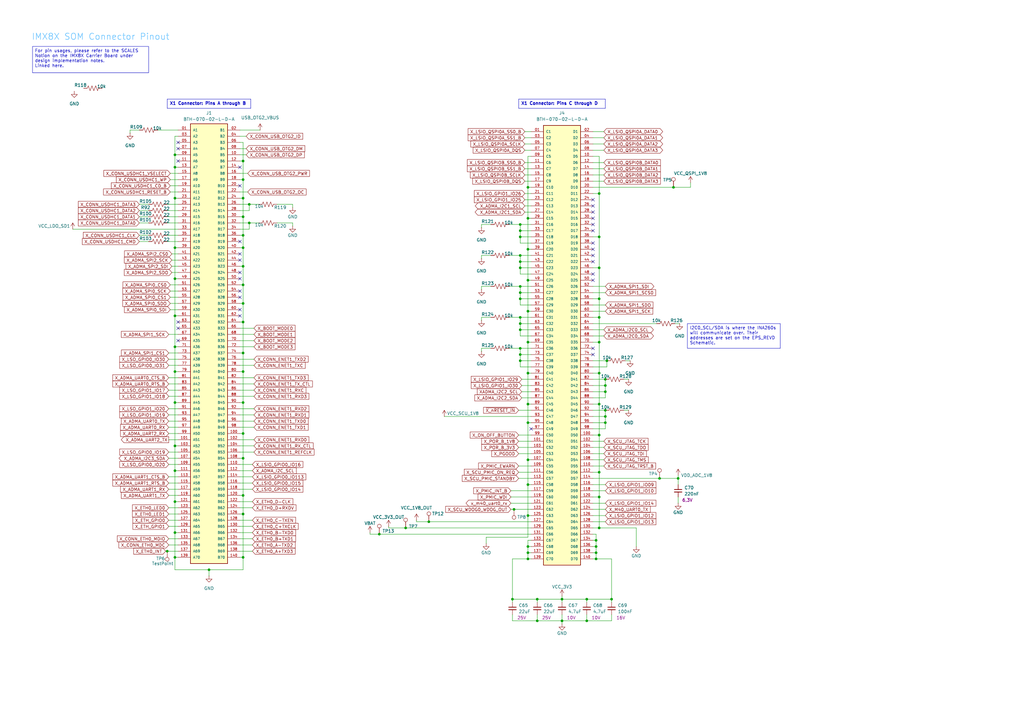
<source format=kicad_sch>
(kicad_sch (version 20250114) (generator "eeschema") (generator_version "9.0")
  (paper "A3")
  (text "IMX8X SOM Connector Pinout" (at 41.275 15.24 0) (effects (font (size 2.54 2.54) (thickness 0.254) (bold yes))))
  (text_box "X1 Connector: Pins C through D" (at 212.725 40.64 0) (size 35.56 3.81) (margins 0.9525 0.9525 0.9525 0.9525) (effects (font (size 1.27 1.27) (thickness 0.254) (bold yes)) (justify left top)))
  (text_box "I2C0_SCL/SDA is where the INA260s will communicate over. Their addresses are set on the EPS_REVD Schematic." (at 281.94 132.715 0) (size 38.1 10.16) (margins 0.9525 0.9525 0.9525 0.9525) (effects (font (size 1.27 1.27)) (justify left top)))
  (text_box "For pin usages, please refer to the SCALES Notion on the IMX8X Carrier Board under design implementation notes.\nLinked here." (at 13.335 19.05 0) (size 47.625 10.795) (margins 0.9525 0.9525 0.9525 0.9525) (effects (font (size 1.27 1.27)) (justify left top)))
  (text_box "X1 Connector: Pins A through B" (at 68.58 40.64 0) (size 34.29 3.81) (margins 0.9525 0.9525 0.9525 0.9525) (effects (font (size 1.27 1.27) (thickness 0.254) (bold yes)) (justify left top)))
  (junction (at 248.285 170.815))
  (junction (at 71.755 205.74))
  (junction (at 99.695 101.6))
  (junction (at 220.345 245.745))
  (junction (at 99.695 132.08))
  (junction (at 230.505 254.635))
  (junction (at 216.535 188.595))
  (junction (at 245.745 130.175))
  (junction (at 213.36 94.615))
  (junction (at 245.745 97.155))
  (junction (at 166.37 216.535))
  (junction (at 230.505 245.745))
  (junction (at 245.745 216.535))
  (junction (at 216.535 127.635))
  (junction (at 270.51 196.215))
  (junction (at 71.755 218.44))
  (junction (at 216.535 102.235))
  (junction (at 248.285 158.115))
  (junction (at 213.36 142.875))
  (junction (at 210.185 245.745))
  (junction (at 213.36 104.775))
  (junction (at 245.745 122.555))
  (junction (at 99.695 152.4))
  (junction (at 248.92 147.955))
  (junction (at 248.285 160.655))
  (junction (at 250.825 245.745))
  (junction (at 99.695 109.22))
  (junction (at 99.695 81.28))
  (junction (at 216.535 198.755))
  (junction (at 102.235 83.82))
  (junction (at 245.745 178.435))
  (junction (at 210.82 208.915))
  (junction (at 71.755 182.88))
  (junction (at 213.36 130.175))
  (junction (at 220.345 254.635))
  (junction (at 245.745 153.035))
  (junction (at 213.36 117.475))
  (junction (at 245.745 165.735))
  (junction (at 213.36 135.255))
  (junction (at 213.36 120.015))
  (junction (at 68.58 226.06))
  (junction (at 99.695 228.6))
  (junction (at 276.225 76.835))
  (junction (at 245.745 193.675))
  (junction (at 244.475 221.615))
  (junction (at 213.36 145.415))
  (junction (at 216.535 114.935))
  (junction (at 99.695 124.46))
  (junction (at 71.755 101.6))
  (junction (at 99.695 210.82))
  (junction (at 71.755 228.6))
  (junction (at 213.36 147.955))
  (junction (at 213.36 97.155))
  (junction (at 71.755 63.5))
  (junction (at 216.535 226.695))
  (junction (at 99.695 73.66))
  (junction (at 216.535 153.035))
  (junction (at 216.535 140.335))
  (junction (at 102.235 91.44))
  (junction (at 213.36 107.315))
  (junction (at 248.285 173.355))
  (junction (at 99.695 187.96))
  (junction (at 71.755 193.04))
  (junction (at 278.13 196.215))
  (junction (at 245.745 109.855))
  (junction (at 213.36 122.555))
  (junction (at 216.535 211.455))
  (junction (at 216.535 89.535))
  (junction (at 245.745 140.335))
  (junction (at 155.575 219.075))
  (junction (at 99.695 116.84))
  (junction (at 99.695 177.8))
  (junction (at 244.475 226.695))
  (junction (at 99.695 96.52))
  (junction (at 216.535 229.235))
  (junction (at 244.475 229.235))
  (junction (at 71.755 129.54))
  (junction (at 240.665 245.745))
  (junction (at 71.755 165.1))
  (junction (at 71.755 152.4))
  (junction (at 216.535 165.735))
  (junction (at 71.755 81.28))
  (junction (at 213.36 132.715))
  (junction (at 216.535 173.355))
  (junction (at 213.36 92.075))
  (junction (at 216.535 224.155))
  (junction (at 99.695 144.78))
  (junction (at 245.745 203.835))
  (junction (at 175.895 213.995))
  (junction (at 71.755 114.3))
  (junction (at 245.745 79.375))
  (junction (at 99.695 165.1))
  (junction (at 99.695 88.9))
  (junction (at 99.695 66.04))
  (junction (at 85.725 233.68))
  (junction (at 248.285 168.275))
  (junction (at 71.755 142.24))
  (junction (at 248.285 155.575))
  (junction (at 71.755 68.58))
  (junction (at 213.36 109.855))
  (junction (at 216.535 76.835))
  (junction (at 240.665 254.635))
  (junction (at 99.695 203.2))
  (junction (at 244.475 224.155))
  (no_connect (at 243.205 89.535))
  (no_connect (at 98.425 111.76))
  (no_connect (at 243.205 142.875))
  (no_connect (at 98.425 76.2))
  (no_connect (at 73.025 132.08))
  (no_connect (at 73.025 58.42))
  (no_connect (at 98.425 106.68))
  (no_connect (at 243.205 104.775))
  (no_connect (at 217.805 175.895))
  (no_connect (at 73.025 66.04))
  (no_connect (at 98.425 68.58))
  (no_connect (at 243.205 112.395))
  (no_connect (at 243.205 145.415))
  (no_connect (at 243.205 94.615))
  (no_connect (at 98.425 121.92))
  (no_connect (at 98.425 104.14))
  (no_connect (at 98.425 119.38))
  (no_connect (at 243.205 81.915))
  (no_connect (at 243.205 92.075))
  (no_connect (at 243.205 107.315))
  (no_connect (at 243.205 86.995))
  (no_connect (at 73.025 139.7))
  (no_connect (at 243.205 114.935))
  (no_connect (at 243.205 102.235))
  (no_connect (at 243.205 99.695))
  (no_connect (at 73.025 60.96))
  (no_connect (at 243.205 84.455))
  (no_connect (at 98.425 127))
  (no_connect (at 73.025 134.62))
  (no_connect (at 98.425 99.06))
  (no_connect (at 98.425 129.54))
  (no_connect (at 98.425 114.3))
  (wire (pts (xy 69.85 78.74) (xy 73.025 78.74)))
  (wire (pts (xy 260.985 224.155) (xy 260.985 216.535)))
  (wire (pts (xy 98.425 96.52) (xy 99.695 96.52)))
  (wire (pts (xy 69.215 203.2) (xy 73.025 203.2)))
  (wire (pts (xy 98.425 203.2) (xy 99.695 203.2)))
  (wire (pts (xy 217.805 153.035) (xy 216.535 153.035)))
  (wire (pts (xy 73.025 165.1) (xy 71.755 165.1)))
  (wire (pts (xy 69.85 76.2) (xy 73.025 76.2)))
  (wire (pts (xy 243.205 64.135) (xy 245.745 64.135)))
  (wire (pts (xy 217.805 147.955) (xy 213.36 147.955)))
  (wire (pts (xy 71.755 218.44) (xy 73.025 218.44)))
  (wire (pts (xy 98.425 86.36) (xy 102.235 86.36)))
  (wire (pts (xy 217.805 125.095) (xy 213.36 125.095)))
  (wire (pts (xy 212.725 180.975) (xy 217.805 180.975)))
  (wire (pts (xy 98.425 167.64) (xy 104.14 167.64)))
  (wire (pts (xy 69.215 167.64) (xy 73.025 167.64)))
  (wire (pts (xy 98.425 53.34) (xy 106.68 53.34)))
  (wire (pts (xy 71.755 228.6) (xy 73.025 228.6)))
  (wire (pts (xy 243.205 163.195) (xy 248.285 163.195)))
  (wire (pts (xy 98.425 144.78) (xy 99.695 144.78)))
  (wire (pts (xy 197.485 142.875) (xy 197.485 144.145)))
  (wire (pts (xy 230.505 254.635) (xy 230.505 255.905)))
  (wire (pts (xy 215.265 84.455) (xy 217.805 84.455)))
  (wire (pts (xy 85.725 236.22) (xy 85.725 233.68)))
  (wire (pts (xy 243.205 170.815) (xy 248.285 170.815)))
  (wire (pts (xy 99.695 96.52) (xy 99.695 101.6)))
  (wire (pts (xy 98.425 91.44) (xy 102.235 91.44)))
  (wire (pts (xy 213.36 99.695) (xy 213.36 97.155)))
  (wire (pts (xy 213.36 142.875) (xy 217.805 142.875)))
  (wire (pts (xy 102.235 86.36) (xy 102.235 83.82)))
  (wire (pts (xy 69.215 200.66) (xy 73.025 200.66)))
  (wire (pts (xy 248.92 147.955) (xy 248.92 150.495)))
  (wire (pts (xy 217.805 137.795) (xy 213.36 137.795)))
  (wire (pts (xy 69.215 162.56) (xy 73.025 162.56)))
  (wire (pts (xy 210.185 245.745) (xy 220.345 245.745)))
  (wire (pts (xy 248.285 155.575) (xy 248.285 158.115)))
  (wire (pts (xy 98.425 177.8) (xy 99.695 177.8)))
  (wire (pts (xy 243.205 97.155) (xy 245.745 97.155)))
  (wire (pts (xy 245.745 79.375) (xy 245.745 97.155)))
  (wire (pts (xy 278.13 196.215) (xy 278.13 198.755)))
  (wire (pts (xy 71.755 129.54) (xy 71.755 142.24)))
  (wire (pts (xy 29.845 93.98) (xy 73.025 93.98)))
  (wire (pts (xy 250.825 247.015) (xy 250.825 245.745)))
  (wire (pts (xy 201.295 142.875) (xy 197.485 142.875)))
  (wire (pts (xy 243.205 147.955) (xy 248.92 147.955)))
  (wire (pts (xy 213.36 137.795) (xy 213.36 135.255)))
  (wire (pts (xy 213.36 92.075) (xy 217.805 92.075)))
  (wire (pts (xy 69.85 124.46) (xy 73.025 124.46)))
  (wire (pts (xy 216.535 89.535) (xy 216.535 76.835)))
  (wire (pts (xy 217.805 226.695) (xy 216.535 226.695)))
  (wire (pts (xy 217.805 120.015) (xy 213.36 120.015)))
  (wire (pts (xy 99.695 124.46) (xy 99.695 132.08)))
  (wire (pts (xy 68.58 226.06) (xy 73.025 226.06)))
  (wire (pts (xy 243.205 165.735) (xy 245.745 165.735)))
  (wire (pts (xy 98.425 208.28) (xy 103.505 208.28)))
  (wire (pts (xy 217.805 145.415) (xy 213.36 145.415)))
  (wire (pts (xy 69.215 170.18) (xy 73.025 170.18)))
  (wire (pts (xy 99.695 152.4) (xy 99.695 165.1)))
  (wire (pts (xy 217.805 140.335) (xy 216.535 140.335)))
  (wire (pts (xy 71.755 101.6) (xy 71.755 114.3)))
  (wire (pts (xy 197.485 117.475) (xy 197.485 118.745)))
  (wire (pts (xy 243.205 155.575) (xy 248.285 155.575)))
  (wire (pts (xy 244.475 219.075) (xy 244.475 221.615)))
  (wire (pts (xy 276.86 132.715) (xy 278.765 132.715)))
  (wire (pts (xy 98.425 154.94) (xy 104.14 154.94)))
  (wire (pts (xy 217.805 102.235) (xy 216.535 102.235)))
  (wire (pts (xy 101.6 78.74) (xy 98.425 78.74)))
  (wire (pts (xy 250.825 254.635) (xy 240.665 254.635)))
  (wire (pts (xy 102.235 93.98) (xy 102.235 91.44)))
  (wire (pts (xy 250.825 252.095) (xy 250.825 254.635)))
  (wire (pts (xy 98.425 220.98) (xy 103.505 220.98)))
  (wire (pts (xy 98.425 149.86) (xy 104.14 149.86)))
  (wire (pts (xy 102.235 83.82) (xy 106.045 83.82)))
  (wire (pts (xy 243.205 196.215) (xy 270.51 196.215)))
  (wire (pts (xy 57.15 83.82) (xy 60.96 83.82)))
  (wire (pts (xy 69.85 116.84) (xy 73.025 116.84)))
  (wire (pts (xy 99.695 109.22) (xy 99.695 116.84)))
  (wire (pts (xy 57.15 91.44) (xy 60.96 91.44)))
  (wire (pts (xy 69.215 180.34) (xy 73.025 180.34)))
  (wire (pts (xy 98.425 215.9) (xy 103.505 215.9)))
  (wire (pts (xy 73.025 114.3) (xy 71.755 114.3)))
  (wire (pts (xy 217.805 94.615) (xy 213.36 94.615)))
  (wire (pts (xy 220.345 254.635) (xy 230.505 254.635)))
  (wire (pts (xy 245.745 193.675) (xy 243.205 193.675)))
  (wire (pts (xy 57.15 53.34) (xy 53.34 53.34)))
  (wire (pts (xy 243.205 79.375) (xy 245.745 79.375)))
  (wire (pts (xy 245.745 203.835) (xy 245.745 193.675)))
  (wire (pts (xy 71.755 63.5) (xy 73.025 63.5)))
  (wire (pts (xy 245.745 64.135) (xy 245.745 79.375)))
  (wire (pts (xy 57.15 86.36) (xy 60.96 86.36)))
  (wire (pts (xy 69.215 195.58) (xy 73.025 195.58)))
  (wire (pts (xy 71.755 233.68) (xy 71.755 228.6)))
  (wire (pts (xy 243.205 125.095) (xy 248.285 125.095)))
  (wire (pts (xy 209.55 208.915) (xy 210.82 208.915)))
  (wire (pts (xy 245.745 193.675) (xy 245.745 178.435)))
  (wire (pts (xy 210.185 254.635) (xy 220.345 254.635)))
  (wire (pts (xy 243.205 127.635) (xy 248.285 127.635)))
  (wire (pts (xy 243.205 140.335) (xy 245.745 140.335)))
  (wire (pts (xy 71.755 81.28) (xy 73.025 81.28)))
  (wire (pts (xy 215.265 61.595) (xy 217.805 61.595)))
  (wire (pts (xy 98.425 200.66) (xy 103.505 200.66)))
  (wire (pts (xy 209.55 206.375) (xy 217.805 206.375)))
  (wire (pts (xy 67.945 226.06) (xy 68.58 226.06)))
  (wire (pts (xy 98.425 218.44) (xy 103.505 218.44)))
  (wire (pts (xy 248.285 168.275) (xy 248.285 170.815)))
  (wire (pts (xy 243.205 53.975) (xy 247.65 53.975)))
  (wire (pts (xy 256.54 147.955) (xy 258.445 147.955)))
  (wire (pts (xy 212.725 178.435) (xy 217.805 178.435)))
  (wire (pts (xy 243.205 135.255) (xy 247.65 135.255)))
  (wire (pts (xy 245.745 165.735) (xy 245.745 178.435)))
  (wire (pts (xy 247.65 71.755) (xy 243.205 71.755)))
  (wire (pts (xy 199.39 220.345) (xy 199.39 222.885)))
  (wire (pts (xy 201.295 104.775) (xy 197.485 104.775)))
  (wire (pts (xy 230.505 245.745) (xy 230.505 247.015)))
  (wire (pts (xy 243.205 180.975) (xy 247.65 180.975)))
  (wire (pts (xy 216.535 140.335) (xy 216.535 153.035)))
  (wire (pts (xy 69.215 154.94) (xy 73.025 154.94)))
  (wire (pts (xy 245.745 97.155) (xy 245.745 109.855)))
  (wire (pts (xy 98.425 190.5) (xy 103.505 190.5)))
  (wire (pts (xy 278.13 194.945) (xy 278.13 196.215)))
  (wire (pts (xy 216.535 221.615) (xy 216.535 224.155)))
  (wire (pts (xy 243.205 175.895) (xy 248.285 175.895)))
  (wire (pts (xy 98.425 132.08) (xy 99.695 132.08)))
  (wire (pts (xy 217.805 109.855) (xy 213.36 109.855)))
  (wire (pts (xy 69.85 71.12) (xy 73.025 71.12)))
  (wire (pts (xy 104.14 139.7) (xy 98.425 139.7)))
  (wire (pts (xy 208.915 142.875) (xy 213.36 142.875)))
  (wire (pts (xy 215.265 69.215) (xy 217.805 69.215)))
  (wire (pts (xy 71.755 205.74) (xy 71.755 218.44)))
  (wire (pts (xy 230.505 254.635) (xy 240.665 254.635)))
  (wire (pts (xy 71.755 182.88) (xy 71.755 193.04)))
  (wire (pts (xy 99.695 58.42) (xy 99.695 66.04)))
  (wire (pts (xy 69.215 147.32) (xy 73.025 147.32)))
  (wire (pts (xy 98.425 223.52) (xy 103.505 223.52)))
  (wire (pts (xy 216.535 188.595) (xy 217.805 188.595)))
  (wire (pts (xy 283.21 76.835) (xy 283.21 74.93)))
  (wire (pts (xy 243.205 61.595) (xy 247.65 61.595)))
  (wire (pts (xy 243.205 186.055) (xy 247.65 186.055)))
  (wire (pts (xy 99.695 144.78) (xy 99.695 152.4)))
  (wire (pts (xy 175.895 213.995) (xy 217.805 213.995)))
  (wire (pts (xy 98.425 101.6) (xy 99.695 101.6)))
  (wire (pts (xy 98.425 93.98) (xy 102.235 93.98)))
  (wire (pts (xy 245.745 140.335) (xy 245.745 153.035)))
  (wire (pts (xy 71.755 193.04) (xy 71.755 205.74)))
  (wire (pts (xy 68.58 96.52) (xy 73.025 96.52)))
  (wire (pts (xy 212.725 193.675) (xy 217.805 193.675)))
  (wire (pts (xy 243.205 206.375) (xy 248.285 206.375)))
  (wire (pts (xy 73.025 193.04) (xy 71.755 193.04)))
  (wire (pts (xy 243.205 160.655) (xy 248.285 160.655)))
  (wire (pts (xy 210.82 208.915) (xy 217.805 208.915)))
  (wire (pts (xy 217.805 165.735) (xy 216.535 165.735)))
  (wire (pts (xy 243.205 191.135) (xy 247.65 191.135)))
  (wire (pts (xy 217.805 64.135) (xy 216.535 64.135)))
  (wire (pts (xy 98.425 83.82) (xy 102.235 83.82)))
  (wire (pts (xy 217.805 229.235) (xy 216.535 229.235)))
  (wire (pts (xy 212.725 168.275) (xy 217.805 168.275)))
  (wire (pts (xy 213.36 112.395) (xy 213.36 109.855)))
  (wire (pts (xy 68.58 86.36) (xy 73.025 86.36)))
  (wire (pts (xy 208.915 130.175) (xy 213.36 130.175)))
  (wire (pts (xy 215.265 66.675) (xy 217.805 66.675)))
  (wire (pts (xy 98.425 170.18) (xy 104.14 170.18)))
  (wire (pts (xy 217.805 224.155) (xy 216.535 224.155)))
  (wire (pts (xy 217.805 114.935) (xy 216.535 114.935)))
  (wire (pts (xy 98.425 63.5) (xy 100.965 63.5)))
  (wire (pts (xy 213.995 160.655) (xy 217.805 160.655)))
  (wire (pts (xy 68.58 91.44) (xy 73.025 91.44)))
  (wire (pts (xy 98.425 205.74) (xy 103.505 205.74)))
  (wire (pts (xy 248.285 170.815) (xy 248.285 173.355)))
  (wire (pts (xy 217.805 219.075) (xy 155.575 219.075)))
  (wire (pts (xy 69.85 121.92) (xy 73.025 121.92)))
  (wire (pts (xy 216.535 114.935) (xy 216.535 127.635)))
  (wire (pts (xy 217.805 127.635) (xy 216.535 127.635)))
  (wire (pts (xy 217.805 122.555) (xy 213.36 122.555)))
  (wire (pts (xy 243.205 117.475) (xy 248.285 117.475)))
  (wire (pts (xy 243.205 158.115) (xy 248.285 158.115)))
  (wire (pts (xy 247.65 74.295) (xy 243.205 74.295)))
  (wire (pts (xy 113.665 91.44) (xy 120.015 91.44)))
  (wire (pts (xy 217.805 221.615) (xy 216.535 221.615)))
  (wire (pts (xy 243.205 122.555) (xy 245.745 122.555)))
  (wire (pts (xy 120.015 83.82) (xy 120.015 85.09)))
  (wire (pts (xy 243.205 198.755) (xy 248.285 198.755)))
  (wire (pts (xy 247.65 69.215) (xy 243.205 69.215)))
  (wire (pts (xy 151.765 219.075) (xy 151.765 218.44)))
  (wire (pts (xy 213.995 155.575) (xy 217.805 155.575)))
  (wire (pts (xy 98.425 116.84) (xy 99.695 116.84)))
  (wire (pts (xy 245.745 203.835) (xy 243.205 203.835)))
  (wire (pts (xy 69.215 190.5) (xy 73.025 190.5)))
  (wire (pts (xy 201.295 92.075) (xy 197.485 92.075)))
  (wire (pts (xy 73.025 182.88) (xy 71.755 182.88)))
  (wire (pts (xy 104.14 134.62) (xy 98.425 134.62)))
  (wire (pts (xy 216.535 153.035) (xy 216.535 165.735)))
  (wire (pts (xy 99.695 210.82) (xy 99.695 228.6)))
  (wire (pts (xy 71.755 165.1) (xy 71.755 182.88)))
  (wire (pts (xy 248.285 158.115) (xy 248.285 160.655)))
  (wire (pts (xy 166.37 216.535) (xy 217.805 216.535)))
  (wire (pts (xy 71.755 129.54) (xy 71.755 114.3)))
  (wire (pts (xy 220.345 245.745) (xy 230.505 245.745)))
  (wire (pts (xy 216.535 188.595) (xy 216.535 173.355)))
  (wire (pts (xy 270.51 196.215) (xy 278.13 196.215)))
  (wire (pts (xy 213.36 120.015) (xy 213.36 117.475)))
  (wire (pts (xy 99.695 165.1) (xy 99.695 177.8)))
  (wire (pts (xy 245.745 178.435) (xy 243.205 178.435)))
  (wire (pts (xy 213.36 94.615) (xy 213.36 97.155)))
  (wire (pts (xy 217.805 150.495) (xy 213.36 150.495)))
  (wire (pts (xy 243.205 211.455) (xy 248.285 211.455)))
  (wire (pts (xy 98.425 195.58) (xy 103.505 195.58)))
  (wire (pts (xy 216.535 229.235) (xy 216.535 226.695)))
  (wire (pts (xy 69.215 213.36) (xy 73.025 213.36)))
  (wire (pts (xy 243.205 168.275) (xy 248.285 168.275)))
  (wire (pts (xy 255.905 168.275) (xy 257.81 168.275)))
  (wire (pts (xy 215.265 86.995) (xy 217.805 86.995)))
  (wire (pts (xy 98.425 73.66) (xy 99.695 73.66)))
  (wire (pts (xy 99.695 233.68) (xy 85.725 233.68)))
  (wire (pts (xy 243.205 109.855) (xy 245.745 109.855)))
  (wire (pts (xy 98.425 226.06) (xy 103.505 226.06)))
  (wire (pts (xy 64.77 53.34) (xy 73.025 53.34)))
  (wire (pts (xy 73.025 142.24) (xy 71.755 142.24)))
  (wire (pts (xy 248.92 150.495) (xy 243.205 150.495)))
  (wire (pts (xy 208.915 117.475) (xy 213.36 117.475)))
  (wire (pts (xy 99.695 116.84) (xy 99.695 124.46)))
  (wire (pts (xy 71.755 55.88) (xy 71.755 63.5)))
  (wire (pts (xy 243.205 130.175) (xy 245.745 130.175)))
  (wire (pts (xy 98.425 185.42) (xy 104.14 185.42)))
  (wire (pts (xy 213.36 94.615) (xy 213.36 92.075)))
  (wire (pts (xy 69.85 127) (xy 73.025 127)))
  (wire (pts (xy 243.205 221.615) (xy 244.475 221.615)))
  (wire (pts (xy 217.805 211.455) (xy 216.535 211.455)))
  (wire (pts (xy 98.425 198.12) (xy 103.505 198.12)))
  (wire (pts (xy 69.215 144.78) (xy 73.025 144.78)))
  (wire (pts (xy 98.425 213.36) (xy 103.505 213.36)))
  (wire (pts (xy 99.695 73.66) (xy 99.695 81.28)))
  (wire (pts (xy 98.425 193.04) (xy 103.505 193.04)))
  (wire (pts (xy 98.425 88.9) (xy 99.695 88.9)))
  (wire (pts (xy 170.815 213.995) (xy 175.895 213.995)))
  (wire (pts (xy 69.215 149.86) (xy 73.025 149.86)))
  (wire (pts (xy 243.205 137.795) (xy 247.65 137.795)))
  (wire (pts (xy 215.265 59.055) (xy 217.805 59.055)))
  (wire (pts (xy 98.425 162.56) (xy 104.14 162.56)))
  (wire (pts (xy 69.85 73.66) (xy 73.025 73.66)))
  (wire (pts (xy 215.265 53.975) (xy 217.805 53.975)))
  (wire (pts (xy 243.205 188.595) (xy 247.65 188.595)))
  (wire (pts (xy 98.425 160.02) (xy 104.14 160.02)))
  (wire (pts (xy 243.205 59.055) (xy 247.65 59.055)))
  (wire (pts (xy 99.695 177.8) (xy 99.695 187.96)))
  (wire (pts (xy 216.535 127.635) (xy 216.535 140.335)))
  (wire (pts (xy 99.695 88.9) (xy 99.695 96.52)))
  (wire (pts (xy 69.215 198.12) (xy 73.025 198.12)))
  (wire (pts (xy 73.025 129.54) (xy 71.755 129.54)))
  (wire (pts (xy 99.695 132.08) (xy 99.695 144.78)))
  (wire (pts (xy 69.215 220.98) (xy 73.025 220.98)))
  (wire (pts (xy 120.015 91.44) (xy 120.015 92.71)))
  (wire (pts (xy 69.215 185.42) (xy 73.025 185.42)))
  (wire (pts (xy 217.805 132.715) (xy 213.36 132.715)))
  (wire (pts (xy 213.36 145.415) (xy 213.36 147.955)))
  (wire (pts (xy 243.205 120.015) (xy 248.285 120.015)))
  (wire (pts (xy 98.425 180.34) (xy 104.14 180.34)))
  (wire (pts (xy 71.755 63.5) (xy 71.755 68.58)))
  (wire (pts (xy 243.205 229.235) (xy 244.475 229.235)))
  (wire (pts (xy 217.805 170.815) (xy 182.245 170.815)))
  (wire (pts (xy 243.205 208.915) (xy 248.285 208.915)))
  (wire (pts (xy 243.205 219.075) (xy 244.475 219.075)))
  (wire (pts (xy 212.725 191.135) (xy 217.805 191.135)))
  (wire (pts (xy 245.745 130.175) (xy 245.745 140.335)))
  (wire (pts (xy 70.485 106.68) (xy 73.025 106.68)))
  (wire (pts (xy 217.805 112.395) (xy 213.36 112.395)))
  (wire (pts (xy 216.535 220.345) (xy 199.39 220.345)))
  (wire (pts (xy 99.695 81.28) (xy 99.695 88.9)))
  (wire (pts (xy 230.505 252.095) (xy 230.505 254.635)))
  (wire (pts (xy 71.755 81.28) (xy 71.755 101.6)))
  (wire (pts (xy 99.695 203.2) (xy 99.695 210.82)))
  (wire (pts (xy 102.235 91.44) (xy 106.045 91.44)))
  (wire (pts (xy 208.915 92.075) (xy 213.36 92.075)))
  (wire (pts (xy 217.805 135.255) (xy 213.36 135.255)))
  (wire (pts (xy 98.425 58.42) (xy 99.695 58.42)))
  (wire (pts (xy 243.205 213.995) (xy 248.285 213.995)))
  (wire (pts (xy 217.805 107.315) (xy 213.36 107.315)))
  (wire (pts (xy 210.185 229.235) (xy 210.185 245.745)))
  (wire (pts (xy 243.205 183.515) (xy 247.65 183.515)))
  (wire (pts (xy 98.425 55.88) (xy 100.965 55.88)))
  (wire (pts (xy 215.265 74.295) (xy 217.805 74.295)))
  (wire (pts (xy 70.485 111.76) (xy 73.025 111.76)))
  (wire (pts (xy 216.535 211.455) (xy 216.535 198.755)))
  (wire (pts (xy 70.485 109.22) (xy 73.025 109.22)))
  (wire (pts (xy 98.425 60.96) (xy 100.965 60.96)))
  (wire (pts (xy 71.755 218.44) (xy 71.755 228.6)))
  (wire (pts (xy 213.36 145.415) (xy 213.36 142.875)))
  (wire (pts (xy 216.535 89.535) (xy 216.535 102.235)))
  (wire (pts (xy 68.58 83.82) (xy 73.025 83.82)))
  (wire (pts (xy 250.825 245.745) (xy 240.665 245.745)))
  (wire (pts (xy 69.215 137.16) (xy 73.025 137.16)))
  (wire (pts (xy 243.205 56.515) (xy 247.65 56.515)))
  (wire (pts (xy 69.215 160.02) (xy 73.025 160.02)))
  (wire (pts (xy 73.025 101.6) (xy 71.755 101.6)))
  (wire (pts (xy 245.745 153.035) (xy 245.745 165.735)))
  (wire (pts (xy 68.58 88.9) (xy 73.025 88.9)))
  (wire (pts (xy 69.215 210.82) (xy 73.025 210.82)))
  (wire (pts (xy 220.345 252.095) (xy 220.345 254.635)))
  (wire (pts (xy 245.745 109.855) (xy 245.745 122.555)))
  (wire (pts (xy 104.14 142.24) (xy 98.425 142.24)))
  (wire (pts (xy 213.36 104.775) (xy 217.805 104.775)))
  (wire (pts (xy 197.485 92.075) (xy 197.485 93.345)))
  (wire (pts (xy 276.225 76.835) (xy 243.205 76.835)))
  (wire (pts (xy 71.755 68.58) (xy 71.755 81.28)))
  (wire (pts (xy 170.815 213.995) (xy 170.815 213.36)))
  (wire (pts (xy 216.535 165.735) (xy 216.535 173.355)))
  (wire (pts (xy 99.695 101.6) (xy 99.695 109.22)))
  (wire (pts (xy 104.14 137.16) (xy 98.425 137.16)))
  (wire (pts (xy 213.995 163.195) (xy 217.805 163.195)))
  (wire (pts (xy 217.805 99.695) (xy 213.36 99.695)))
  (wire (pts (xy 213.36 107.315) (xy 213.36 109.855)))
  (wire (pts (xy 99.695 228.6) (xy 99.695 233.68)))
  (wire (pts (xy 159.385 216.535) (xy 159.385 215.9)))
  (wire (pts (xy 248.285 160.655) (xy 248.285 163.195)))
  (wire (pts (xy 243.205 153.035) (xy 245.745 153.035)))
  (wire (pts (xy 245.745 122.555) (xy 245.745 130.175)))
  (wire (pts (xy 260.985 216.535) (xy 245.745 216.535)))
  (wire (pts (xy 98.425 152.4) (xy 99.695 152.4)))
  (wire (pts (xy 98.425 182.88) (xy 104.14 182.88)))
  (wire (pts (xy 213.36 132.715) (xy 213.36 135.255)))
  (wire (pts (xy 201.295 117.475) (xy 197.485 117.475)))
  (wire (pts (xy 213.36 117.475) (xy 217.805 117.475)))
  (wire (pts (xy 248.285 173.355) (xy 248.285 175.895)))
  (wire (pts (xy 216.535 211.455) (xy 216.535 220.345)))
  (wire (pts (xy 98.425 187.96) (xy 99.695 187.96)))
  (wire (pts (xy 244.475 224.155) (xy 244.475 226.695)))
  (wire (pts (xy 243.205 224.155) (xy 244.475 224.155)))
  (wire (pts (xy 216.535 198.755) (xy 217.805 198.755)))
  (wire (pts (xy 69.215 215.9) (xy 73.025 215.9)))
  (wire (pts (xy 69.215 187.96) (xy 73.025 187.96)))
  (wire (pts (xy 213.36 132.715) (xy 213.36 130.175)))
  (wire (pts (xy 113.665 83.82) (xy 120.015 83.82)))
  (wire (pts (xy 220.345 245.745) (xy 220.345 247.015)))
  (wire (pts (xy 68.58 99.06) (xy 73.025 99.06)))
  (wire (pts (xy 57.15 99.06) (xy 60.96 99.06)))
  (wire (pts (xy 276.225 76.835) (xy 283.21 76.835)))
  (wire (pts (xy 73.025 55.88) (xy 71.755 55.88)))
  (wire (pts (xy 98.425 81.28) (xy 99.695 81.28)))
  (wire (pts (xy 98.425 175.26) (xy 104.14 175.26)))
  (wire (pts (xy 230.505 245.745) (xy 230.505 244.475)))
  (wire (pts (xy 155.575 219.075) (xy 151.765 219.075)))
  (wire (pts (xy 98.425 66.04) (xy 99.695 66.04)))
  (wire (pts (xy 217.805 97.155) (xy 213.36 97.155)))
  (wire (pts (xy 213.36 150.495) (xy 213.36 147.955)))
  (wire (pts (xy 213.36 120.015) (xy 213.36 122.555)))
  (wire (pts (xy 98.425 147.32) (xy 104.14 147.32)))
  (wire (pts (xy 243.205 226.695) (xy 244.475 226.695)))
  (wire (pts (xy 244.475 226.695) (xy 244.475 229.235)))
  (wire (pts (xy 216.535 102.235) (xy 216.535 114.935)))
  (wire (pts (xy 216.535 64.135) (xy 216.535 76.835)))
  (wire (pts (xy 69.215 208.28) (xy 73.025 208.28)))
  (wire (pts (xy 243.205 216.535) (xy 245.745 216.535)))
  (wire (pts (xy 247.65 66.675) (xy 243.205 66.675)))
  (wire (pts (xy 53.34 53.34) (xy 53.34 54.61)))
  (wire (pts (xy 69.215 223.52) (xy 73.025 223.52)))
  (wire (pts (xy 240.665 252.095) (xy 240.665 254.635)))
  (wire (pts (xy 69.215 177.8) (xy 73.025 177.8)))
  (wire (pts (xy 213.995 158.115) (xy 217.805 158.115)))
  (wire (pts (xy 250.825 229.235) (xy 250.825 245.745)))
  (wire (pts (xy 240.665 245.745) (xy 230.505 245.745)))
  (wire (pts (xy 69.215 175.26) (xy 73.025 175.26)))
  (wire (pts (xy 215.265 56.515) (xy 217.805 56.515)))
  (wire (pts (xy 99.695 66.04) (xy 99.695 73.66)))
  (wire (pts (xy 70.485 104.14) (xy 73.025 104.14)))
  (wire (pts (xy 216.535 224.155) (xy 216.535 226.695)))
  (wire (pts (xy 278.13 203.835) (xy 278.13 206.375)))
  (wire (pts (xy 213.36 107.315) (xy 213.36 104.775)))
  (wire (pts (xy 99.695 187.96) (xy 99.695 203.2)))
  (wire (pts (xy 98.425 172.72) (xy 104.14 172.72)))
  (wire (pts (xy 255.905 155.575) (xy 257.81 155.575)))
  (wire (pts (xy 215.265 81.915) (xy 217.805 81.915)))
  (wire (pts (xy 216.535 229.235) (xy 210.185 229.235)))
  (wire (pts (xy 215.265 79.375) (xy 217.805 79.375)))
  (wire (pts (xy 212.725 196.215) (xy 217.805 196.215)))
  (wire (pts (xy 69.85 119.38) (xy 73.025 119.38)))
  (wire (pts (xy 243.205 173.355) (xy 248.285 173.355)))
  (wire (pts (xy 98.425 124.46) (xy 99.695 124.46)))
  (wire (pts (xy 243.205 201.295) (xy 248.285 201.295)))
  (wire (pts (xy 213.36 125.095) (xy 213.36 122.555)))
  (wire (pts (xy 98.425 165.1) (xy 99.695 165.1)))
  (wire (pts (xy 197.485 104.775) (xy 197.485 106.045)))
  (wire (pts (xy 243.205 132.715) (xy 269.24 132.715)))
  (wire (pts (xy 240.665 247.015) (xy 240.665 245.745)))
  (wire (pts (xy 244.475 221.615) (xy 244.475 224.155)))
  (wire (pts (xy 209.55 201.295) (xy 217.805 201.295)))
  (wire (pts (xy 212.725 183.515) (xy 217.805 183.515)))
  (wire (pts (xy 85.725 233.68) (xy 71.755 233.68)))
  (wire (pts (xy 210.185 247.015) (xy 210.185 245.745)))
  (wire (pts (xy 101.6 71.12) (xy 98.425 71.12)))
  (wire (pts (xy 73.025 205.74) (xy 71.755 205.74)))
  (wire (pts (xy 244.475 229.235) (xy 250.825 229.235)))
  (wire (pts (xy 159.385 216.535) (xy 166.37 216.535)))
  (wire (pts (xy 57.15 88.9) (xy 60.96 88.9)))
  (wire (pts (xy 197.485 130.175) (xy 197.485 131.445)))
  (wire (pts (xy 245.745 216.535) (xy 245.745 203.835)))
  (wire (pts (xy 98.425 157.48) (xy 104.14 157.48)))
  (wire (pts (xy 71.755 68.58) (xy 73.025 68.58)))
  (wire (pts (xy 98.425 228.6) (xy 99.695 228.6)))
  (wire (pts (xy 208.915 104.775) (xy 213.36 104.775)))
  (wire (pts (xy 216.535 173.355) (xy 217.805 173.355)))
  (wire (pts (xy 201.295 130.175) (xy 197.485 130.175)))
  (wire (pts (xy 216.535 198.755) (xy 216.535 188.595)))
  (wire (pts (xy 98.425 210.82) (xy 99.695 210.82)))
  (wire (pts (xy 71.755 142.24) (xy 71.755 152.4)))
  (wire (pts (xy 73.025 152.4) (xy 71.755 152.4)))
  (wire (pts (xy 57.15 96.52) (xy 60.96 96.52)))
  (wire (pts (xy 216.535 76.835) (xy 217.805 76.835)))
  (wire (pts (xy 213.36 130.175) (xy 217.805 130.175)))
  (wire (pts (xy 71.755 152.4) (xy 71.755 165.1)))
  (wire (pts (xy 69.215 157.48) (xy 73.025 157.48)))
  (wire (pts (xy 209.55 203.835) (xy 217.805 203.835)))
  (wire (pts (xy 98.425 109.22) (xy 99.695 109.22)))
  (wire (pts (xy 210.185 252.095) (xy 210.185 254.635)))
  (wire (pts (xy 69.215 172.72) (xy 73.025 172.72)))
  (wire (pts (xy 215.265 71.755) (xy 217.805 71.755)))
  (wire (pts (xy 216.535 89.535) (xy 217.805 89.535)))
  (wire (pts (xy 212.725 186.055) (xy 217.805 186.055)))
  (global_label "X_CONN_ENET1_TXD2" (shape input) (at 104.14 147.32 0) (property "Intersheetrefs" "${INTERSHEET_REFS}" (effects (hide yes))))
  (global_label "X_BOOT_MODE3" (shape input) (at 104.14 142.24 0) (property "Intersheetrefs" "${INTERSHEET_REFS}" (effects (hide yes))))
  (global_label "X_LSIO_GPIO1_IO13" (shape input) (at 248.285 213.995 0) (property "Intersheetrefs" "${INTERSHEET_REFS}" (effects (hide yes))))
  (global_label "X_SCU_JTAG_TCK" (shape input) (at 247.65 180.975 0) (property "Intersheetrefs" "${INTERSHEET_REFS}" (effects (hide yes))))
  (global_label "X_PGOOD" (shape input) (at 212.725 186.055 180) (property "Intersheetrefs" "${INTERSHEET_REFS}" (effects (hide yes))))
  (global_label "X_ADMA_UART0_TX" (shape input) (at 69.215 172.72 180) (property "Intersheetrefs" "${INTERSHEET_REFS}" (effects (hide yes))))
  (global_label "~{X_nRESET_IN}" (shape input) (at 212.725 168.275 180) (property "Intersheetrefs" "${INTERSHEET_REFS}" (effects (hide yes))))
  (global_label "X_LSIO_QSPI0A_DATA1" (shape bidirectional) (at 247.65 56.515 0) (property "Intersheetrefs" "${INTERSHEET_REFS}" (effects (hide yes))))
  (global_label "X_ADMA_UART0_RX" (shape input) (at 69.215 175.26 180) (property "Intersheetrefs" "${INTERSHEET_REFS}" (effects (hide yes))))
  (global_label "X_ADMA_UART1_TX" (shape input) (at 69.215 203.2 180) (property "Intersheetrefs" "${INTERSHEET_REFS}" (effects (hide yes))))
  (global_label "X_PMIC_EWARN" (shape input) (at 212.725 191.135 180) (property "Intersheetrefs" "${INTERSHEET_REFS}" (effects (hide yes))))
  (global_label "XADMA_I2C2_SCL" (shape input) (at 213.995 160.655 180) (property "Intersheetrefs" "${INTERSHEET_REFS}" (effects (hide yes))))
  (global_label "X_ADMA_SPI0_CS1" (shape input) (at 69.85 121.92 180) (property "Intersheetrefs" "${INTERSHEET_REFS}" (effects (hide yes))))
  (global_label "X_CONN_ENET1_RXD0" (shape input) (at 104.14 180.34 0) (property "Intersheetrefs" "${INTERSHEET_REFS}" (effects (hide yes))))
  (global_label "X_SCU_JTAG_TDI" (shape input) (at 247.65 186.055 0) (property "Intersheetrefs" "${INTERSHEET_REFS}" (effects (hide yes))))
  (global_label "X_LSO_GPIO0_IO31" (shape input) (at 69.215 149.86 180) (property "Intersheetrefs" "${INTERSHEET_REFS}" (effects (hide yes))))
  (global_label "X_CONN_USB_OTG2_OC" (shape input) (at 101.6 78.74 0) (property "Intersheetrefs" "${INTERSHEET_REFS}" (effects (hide yes))))
  (global_label "X_BOOT_MODE0" (shape input) (at 104.14 134.62 0) (property "Intersheetrefs" "${INTERSHEET_REFS}" (effects (hide yes))))
  (global_label "X_ADMA_SPI2_SDO" (shape input) (at 70.485 111.76 180) (property "Intersheetrefs" "${INTERSHEET_REFS}" (effects (hide yes))))
  (global_label "X_CONN_ENET1_RXC" (shape input) (at 104.14 160.02 0) (property "Intersheetrefs" "${INTERSHEET_REFS}" (effects (hide yes))))
  (global_label "X_ETH0_D-CLK" (shape input) (at 103.505 205.74 0) (property "Intersheetrefs" "${INTERSHEET_REFS}" (effects (hide yes))))
  (global_label "X_LSIO_GPIO1_IO09" (shape input) (at 248.285 198.755 0) (property "Intersheetrefs" "${INTERSHEET_REFS}" (effects (hide yes))))
  (global_label "X_LSIO_GPIO0_IO14" (shape input) (at 103.505 200.66 0) (property "Intersheetrefs" "${INTERSHEET_REFS}" (effects (hide yes))))
  (global_label "X_ADMA_UART1_RX" (shape input) (at 69.215 200.66 180) (property "Intersheetrefs" "${INTERSHEET_REFS}" (effects (hide yes))))
  (global_label "X_LSIO_QSPI0B_DATA3" (shape input) (at 247.65 74.295 0) (property "Intersheetrefs" "${INTERSHEET_REFS}" (effects (hide yes))))
  (global_label "X_CONN_ENET1_REFCLK" (shape input) (at 104.14 185.42 0) (property "Intersheetrefs" "${INTERSHEET_REFS}" (effects (hide yes))))
  (global_label "X_ADMA_SPI1_SDI" (shape bidirectional) (at 248.285 117.475 0) (property "Intersheetrefs" "${INTERSHEET_REFS}" (effects (hide yes))))
  (global_label "X_CONN_ENET1_RXD2" (shape input) (at 104.14 167.64 0) (property "Intersheetrefs" "${INTERSHEET_REFS}" (effects (hide yes))))
  (global_label "X_ETH0_A+TXD3" (shape input) (at 103.505 226.06 0) (property "Intersheetrefs" "${INTERSHEET_REFS}" (effects (hide yes))))
  (global_label "X_ADMA_I2C2_SDA" (shape input) (at 213.995 163.195 180) (property "Intersheetrefs" "${INTERSHEET_REFS}" (effects (hide yes))))
  (global_label "X_SCU_WDOG0_WDOG_OUT" (shape input) (at 209.55 208.915 180) (property "Intersheetrefs" "${INTERSHEET_REFS}" (effects (hide yes))))
  (global_label "X_CONN_ENET1_TXC" (shape input) (at 104.14 149.86 0) (property "Intersheetrefs" "${INTERSHEET_REFS}" (effects (hide yes))))
  (global_label "X_PMIC_INT_B" (shape input) (at 209.55 201.295 180) (property "Intersheetrefs" "${INTERSHEET_REFS}" (effects (hide yes))))
  (global_label "X_CONN_USDHC1_WP" (shape input) (at 69.85 73.66 180) (effects (font (thickness 0.1588))) (property "Intersheetrefs" "${INTERSHEET_REFS}" (effects (hide yes))))
  (global_label "X_ADMA_SPI2_SCK" (shape input) (at 70.485 106.68 180) (property "Intersheetrefs" "${INTERSHEET_REFS}" (effects (hide yes))))
  (global_label "X_LSIO_GPIO1_IO30" (shape input) (at 213.995 158.115 180) (property "Intersheetrefs" "${INTERSHEET_REFS}" (effects (hide yes))))
  (global_label "X_BOOT_MODE1" (shape input) (at 104.14 137.16 0) (property "Intersheetrefs" "${INTERSHEET_REFS}" (effects (hide yes))))
  (global_label "X_ADMA_I2C0_SDA" (shape bidirectional) (at 247.65 137.795 0) (property "Intersheetrefs" "${INTERSHEET_REFS}" (effects (hide yes))))
  (global_label "X_POR_B_3V3" (shape input) (at 212.725 183.515 180) (property "Intersheetrefs" "${INTERSHEET_REFS}" (effects (hide yes))))
  (global_label "X_ADMA_SPI1_SDO" (shape input) (at 248.285 125.095 0) (property "Intersheetrefs" "${INTERSHEET_REFS}" (effects (hide yes))))
  (global_label "X_LSIO_QSPI0B_DATA0" (shape input) (at 247.65 66.675 0) (property "Intersheetrefs" "${INTERSHEET_REFS}" (effects (hide yes))))
  (global_label "X_ADMA_I2C3_SDA" (shape bidirectional) (at 69.215 187.96 180) (property "Intersheetrefs" "${INTERSHEET_REFS}" (effects (hide yes))))
  (global_label "X_LSIO_QSPI0B_SCLK" (shape input) (at 215.265 71.755 180) (property "Intersheetrefs" "${INTERSHEET_REFS}" (effects (hide yes))))
  (global_label "X_LSIO_QSPI0A_DATA3" (shape bidirectional) (at 247.65 61.595 0) (property "Intersheetrefs" "${INTERSHEET_REFS}" (effects (hide yes))))
  (global_label "X_ETH0_B+TXD1" (shape input) (at 103.505 220.98 0) (property "Intersheetrefs" "${INTERSHEET_REFS}" (effects (hide yes))))
  (global_label "X_PMIC_WDI" (shape input) (at 209.55 203.835 180) (property "Intersheetrefs" "${INTERSHEET_REFS}" (effects (hide yes))))
  (global_label "X_CONN_USDHC1_DATA1" (shape input) (at 57.15 88.9 180) (property "Intersheetrefs" "${INTERSHEET_REFS}" (effects (hide yes))))
  (global_label "X_LSIO_QSPI0B_DATA2" (shape input) (at 247.65 71.755 0) (property "Intersheetrefs" "${INTERSHEET_REFS}" (effects (hide yes))))
  (global_label "X_M40_UART0_TX" (shape input) (at 248.285 208.915 0) (property "Intersheetrefs" "${INTERSHEET_REFS}" (effects (hide yes))))
  (global_label "X_LSIO_QSPI0A_SS0_B" (shape input) (at 215.265 53.975 180) (property "Intersheetrefs" "${INTERSHEET_REFS}" (effects (hide yes))))
  (global_label "X_LSO_GPIO1_IO17" (shape input) (at 69.215 160.02 180) (property "Intersheetrefs" "${INTERSHEET_REFS}" (effects (hide yes))))
  (global_label "X_CONN_USB_OTG2_ID" (shape input) (at 100.965 55.88 0) (property "Intersheetrefs" "${INTERSHEET_REFS}" (effects (hide yes))))
  (global_label "X_ADMA_UART0_RTS_B" (shape input) (at 69.215 157.48 180) (property "Intersheetrefs" "${INTERSHEET_REFS}" (effects (hide yes))))
  (global_label "X_ADMA_SPI2_CS0" (shape input) (at 70.485 104.14 180) (property "Intersheetrefs" "${INTERSHEET_REFS}" (effects (hide yes))))
  (global_label "X_ADMA_SPI1_SCS0" (shape input) (at 248.285 120.015 0) (property "Intersheetrefs" "${INTERSHEET_REFS}" (effects (hide yes))))
  (global_label "X_CONN_ENET1_TX_CTL" (shape input) (at 104.14 157.48 0) (property "Intersheetrefs" "${INTERSHEET_REFS}" (effects (hide yes))))
  (global_label "X_LSIO_GPIO1_IO29" (shape input) (at 213.995 155.575 180) (property "Intersheetrefs" "${INTERSHEET_REFS}" (effects (hide yes))))
  (global_label "X_CONN_USB_OTG2_DP" (shape input) (at 100.965 63.5 0) (property "Intersheetrefs" "${INTERSHEET_REFS}" (effects (hide yes))))
  (global_label "X_LSIO_GPIO0_IO16" (shape input) (at 103.505 190.5 0) (property "Intersheetrefs" "${INTERSHEET_REFS}" (effects (hide yes))))
  (global_label "X_LSO_GPIO0_IO20" (shape input) (at 69.215 190.5 180) (property "Intersheetrefs" "${INTERSHEET_REFS}" (effects (hide yes))))
  (global_label "X_SCU_JTAG_TRST_B" (shape input) (at 247.65 191.135 0) (property "Intersheetrefs" "${INTERSHEET_REFS}" (effects (hide yes))))
  (global_label "X_ETH0_B-TXD0" (shape input) (at 103.505 218.44 0) (property "Intersheetrefs" "${INTERSHEET_REFS}" (effects (hide yes))))
  (global_label "X_ADMA_SPI1_CS1" (shape input) (at 69.215 144.78 180) (property "Intersheetrefs" "${INTERSHEET_REFS}" (effects (hide yes))))
  (global_label "X_ADMA_I2C1_SDA" (shape bidirectional) (at 215.265 86.995 180) (property "Intersheetrefs" "${INTERSHEET_REFS}" (effects (hide yes))))
  (global_label "X_ETH0_C+TXCLK" (shape input) (at 103.505 215.9 0) (property "Intersheetrefs" "${INTERSHEET_REFS}" (effects (hide yes))))
  (global_label "X_LSIO_QSPI0A_DATA0" (shape bidirectional) (at 247.65 53.975 0) (property "Intersheetrefs" "${INTERSHEET_REFS}" (effects (hide yes))))
  (global_label "X_LSO_GPIO1_IO19" (shape input) (at 69.215 170.18 180) (property "Intersheetrefs" "${INTERSHEET_REFS}" (effects (hide yes))))
  (global_label "X_LSIO_GPIO0_IO113" (shape input) (at 103.505 195.58 0) (property "Intersheetrefs" "${INTERSHEET_REFS}" (effects (hide yes))))
  (global_label "X_POR_B_1V8" (shape input) (at 212.725 180.975 180) (property "Intersheetrefs" "${INTERSHEET_REFS}" (effects (hide yes))))
  (global_label "X_CONN_ENET1_TXD0" (shape input) (at 104.14 172.72 0) (property "Intersheetrefs" "${INTERSHEET_REFS}" (effects (hide yes))))
  (global_label "X_LSO_GPIO0_IO30" (shape input) (at 69.215 147.32 180) (property "Intersheetrefs" "${INTERSHEET_REFS}" (effects (hide yes))))
  (global_label "X_CONN_ENET1_TXD3" (shape input) (at 104.14 154.94 0) (property "Intersheetrefs" "${INTERSHEET_REFS}" (effects (hide yes))))
  (global_label "X_ETH0_LED1" (shape input) (at 69.215 210.82 180) (property "Intersheetrefs" "${INTERSHEET_REFS}" (effects (hide yes))))
  (global_label "X_ETH0_INT" (shape input) (at 67.945 226.06 180) (property "Intersheetrefs" "${INTERSHEET_REFS}" (effects (hide yes))))
  (global_label "X_LSIO_GPIO1_IO26" (shape input) (at 215.265 79.375 180) (property "Intersheetrefs" "${INTERSHEET_REFS}" (effects (hide yes))))
  (global_label "X_LSIO_QSPI0A_SS1_B" (shape input) (at 215.265 56.515 180) (property "Intersheetrefs" "${INTERSHEET_REFS}" (effects (hide yes))))
  (global_label "X_SCU_JTAG_TDO" (shape input) (at 247.65 183.515 0) (property "Intersheetrefs" "${INTERSHEET_REFS}" (effects (hide yes))))
  (global_label "X_LSIO_GPIO0_IO15" (shape input) (at 103.505 198.12 0) (property "Intersheetrefs" "${INTERSHEET_REFS}" (effects (hide yes))))
  (global_label "X_CONN_USDHC1_DATA2" (shape input) (at 57.15 86.36 180) (property "Intersheetrefs" "${INTERSHEET_REFS}" (effects (hide yes))))
  (global_label "X_ETH0_C-TXEN" (shape input) (at 103.505 213.36 0) (property "Intersheetrefs" "${INTERSHEET_REFS}" (effects (hide yes))))
  (global_label "X_CONN_USDHC1_CD_B" (shape input) (at 69.85 76.2 180) (effects (font (thickness 0.1588))) (property "Intersheetrefs" "${INTERSHEET_REFS}" (effects (hide yes))))
  (global_label "X_SCU_PMIC_ON_REQ" (shape input) (at 212.725 193.675 180) (property "Intersheetrefs" "${INTERSHEET_REFS}" (effects (hide yes))))
  (global_label "X_ADMA_SPI0_SCK" (shape input) (at 69.85 119.38 180) (property "Intersheetrefs" "${INTERSHEET_REFS}" (effects (hide yes))))
  (global_label "X_CONN_USB_OTG2_DM" (shape input) (at 100.965 60.96 0) (property "Intersheetrefs" "${INTERSHEET_REFS}" (effects (hide yes))))
  (global_label "X_ADMA_UART2_TX" (shape output) (at 69.215 180.34 180) (property "Intersheetrefs" "${INTERSHEET_REFS}" (effects (hide yes))))
  (global_label "X_ADMA_I2C1_SCL" (shape bidirectional) (at 215.265 84.455 180) (property "Intersheetrefs" "${INTERSHEET_REFS}" (effects (hide yes))))
  (global_label "X_CONN_USDHC1_VSELECT" (shape input) (at 69.85 71.12 180) (effects (font (thickness 0.1588))) (property "Intersheetrefs" "${INTERSHEET_REFS}" (effects (hide yes))))
  (global_label "X_CONN_USDHC1_DATA3" (shape input) (at 57.15 83.82 180) (property "Intersheetrefs" "${INTERSHEET_REFS}" (effects (hide yes))))
  (global_label "X_CONN_USDHC1_DATA0" (shape input) (at 57.15 91.44 180) (property "Intersheetrefs" "${INTERSHEET_REFS}" (effects (hide yes))))
  (global_label "X_LSIO_QSPI0A_DATA2" (shape bidirectional) (at 247.65 59.055 0) (property "Intersheetrefs" "${INTERSHEET_REFS}" (effects (hide yes))))
  (global_label "X_CONN_ENET1_RXD1" (shape input) (at 104.14 170.18 0) (property "Intersheetrefs" "${INTERSHEET_REFS}" (effects (hide yes))))
  (global_label "X_ADMA_SPI0_SDO" (shape input) (at 69.85 124.46 180) (property "Intersheetrefs" "${INTERSHEET_REFS}" (effects (hide yes))))
  (global_label "X_ETH0_D+RXDV" (shape input) (at 103.505 208.28 0) (property "Intersheetrefs" "${INTERSHEET_REFS}" (effects (hide yes))))
  (global_label "X_CONN_USDHC1_CMD" (shape input) (at 57.15 99.06 180) (property "Intersheetrefs" "${INTERSHEET_REFS}" (effects (hide yes))))
  (global_label "X_ADMA_UART2_RX" (shape input) (at 69.215 177.8 180) (property "Intersheetrefs" "${INTERSHEET_REFS}" (effects (hide yes))))
  (global_label "X_ADMA_UART1_RTS_B" (shape input) (at 69.215 198.12 180) (property "Intersheetrefs" "${INTERSHEET_REFS}" (effects (hide yes))))
  (global_label "X_LSIO_QSPI0A_SCLK" (shape input) (at 215.265 59.055 180) (property "Intersheetrefs" "${INTERSHEET_REFS}" (effects (hide yes))))
  (global_label "X_LSIO_QSPI0A_DQS" (shape input) (at 215.265 61.595 180) (property "Intersheetrefs" "${INTERSHEET_REFS}" (effects (hide yes))))
  (global_label "X_ADMA_SPI0_SDI" (shape input) (at 69.85 127 180) (property "Intersheetrefs" "${INTERSHEET_REFS}" (effects (hide yes))))
  (global_label "X_LSO_GPIO1_IO18" (shape input) (at 69.215 162.56 180) (property "Intersheetrefs" "${INTERSHEET_REFS}" (effects (hide yes))))
  (global_label "X_ADMA_I2C_SCL" (shape input) (at 103.505 193.04 0) (property "Intersheetrefs" "${INTERSHEET_REFS}" (effects (hide yes))))
  (global_label "X_CONN_USDHC1_CLK" (shape input) (at 57.15 96.52 180) (property "Intersheetrefs" "${INTERSHEET_REFS}" (effects (hide yes))))
  (global_label "x_m40_uart0_rx" (shape bidirectional) (at 209.55 206.375 180) (property "Intersheetrefs" "${INTERSHEET_REFS}" (effects (hide yes))))
  (global_label "X_CONN_USDHC1_RESET_B" (shape input) (at 69.85 78.74 180) (effects (font (thickness 0.1588))) (property "Intersheetrefs" "${INTERSHEET_REFS}" (effects (hide yes))))
  (global_label "X_LSIO_GPIO1_IO14" (shape input) (at 248.285 206.375 0) (property "Intersheetrefs" "${INTERSHEET_REFS}" (effects (hide yes))))
  (global_label "X_ADMA_I2C0_SCL" (shape bidirectional) (at 247.65 135.255 0) (property "Intersheetrefs" "${INTERSHEET_REFS}" (effects (hide yes))))
  (global_label "X_ON_OFF_BUTTON" (shape input) (at 212.725 178.435 180) (property "Intersheetrefs" "${INTERSHEET_REFS}" (effects (hide yes))))
  (global_label "X_CONN_ENET1_TXD1" (shape input) (at 104.14 175.26 0) (property "Intersheetrefs" "${INTERSHEET_REFS}" (effects (hide yes))))
  (global_label "X_ETH0_A-TXD2" (shape input) (at 103.505 223.52 0) (property "Intersheetrefs" "${INTERSHEET_REFS}" (effects (hide yes))))
  (global_label "X_CONN_ENET1_RX_CTL" (shape input) (at 104.14 182.88 0) (property "Intersheetrefs" "${INTERSHEET_REFS}" (effects (hide yes))))
  (global_label "X_ETH0_LED0" (shape input) (at 69.215 208.28 180) (property "Intersheetrefs" "${INTERSHEET_REFS}" (effects (hide yes))))
  (global_label "X_LSIO_QSPIOB_SS0_B" (shape input) (at 215.265 66.675 180) (property "Intersheetrefs" "${INTERSHEET_REFS}" (effects (hide yes))))
  (global_label "X_CONN_ETH0_MDC" (shape input) (at 69.215 223.52 180) (property "Intersheetrefs" "${INTERSHEET_REFS}" (effects (hide yes))))
  (global_label "X_LSIO_QSPI0B_DATA1" (shape input) (at 247.65 69.215 0) (property "Intersheetrefs" "${INTERSHEET_REFS}" (effects (hide yes))))
  (global_label "X_LSIO_GPIO1_IO25" (shape input) (at 215.265 81.915 180) (property "Intersheetrefs" "${INTERSHEET_REFS}" (effects (hide yes))))
  (global_label "X_ADMA_SPI2_SDI" (shape input) (at 70.485 109.22 180) (property "Intersheetrefs" "${INTERSHEET_REFS}" (effects (hide yes))))
  (global_label "X_ADMA_UART0_CTS_B" (shape input) (at 69.215 154.94 180) (property "Intersheetrefs" "${INTERSHEET_REFS}" (effects (hide yes))))
  (global_label "X_ADMA_UART1_CTS_B" (shape input) (at 69.215 195.58 180) (property "Intersheetrefs" "${INTERSHEET_REFS}" (effects (hide yes))))
  (global_label "X_CONN_ETH0_MDIO" (shape input) (at 69.215 220.98 180) (property "Intersheetrefs" "${INTERSHEET_REFS}" (effects (hide yes))))
  (global_label "X_ADMA_SPI1_SCK" (shape input) (at 248.285 127.635 0) (property "Intersheetrefs" "${INTERSHEET_REFS}" (effects (hide yes))))
  (global_label "X_ADMA_SPI1_SCK" (shape input) (at 69.215 137.16 180) (property "Intersheetrefs" "${INTERSHEET_REFS}" (effects (hide yes))))
  (global_label "X_SCU_PMIC_STANDBY" (shape input) (at 212.725 196.215 180) (property "Intersheetrefs" "${INTERSHEET_REFS}" (effects (hide yes))))
  (global_label "X_ADMA_SPI0_CS0" (shape input) (at 69.85 116.84 180) (property "Intersheetrefs" "${INTERSHEET_REFS}" (effects (hide yes))))
  (global_label "X_LSIO_QSPIOB_SS1_B" (shape input) (at 215.265 69.215 180) (property "Intersheetrefs" "${INTERSHEET_REFS}" (effects (hide yes))))
  (global_label "X_BOOT_MODE2" (shape input) (at 104.14 139.7 0) (property "Intersheetrefs" "${INTERSHEET_REFS}" (effects (hide yes))))
  (global_label "X_SCU_JTAG_TMS" (shape input) (at 247.65 188.595 0) (property "Intersheetrefs" "${INTERSHEET_REFS}" (effects (hide yes))))
  (global_label "X_LSO_GPIO1_IO20" (shape input) (at 69.215 167.64 180) (property "Intersheetrefs" "${INTERSHEET_REFS}" (effects (hide yes))))
  (global_label "X_ETH_GPIO0" (shape input) (at 69.215 213.36 180) (property "Intersheetrefs" "${INTERSHEET_REFS}" (effects (hide yes))))
  (global_label "X_LSIO_QSPI0B_DQS" (shape input) (at 215.265 74.295 180) (property "Intersheetrefs" "${INTERSHEET_REFS}" (effects (hide yes))))
  (global_label "X_CONN_USB_OTG2_PWR" (shape input) (at 101.6 71.12 0) (property "Intersheetrefs" "${INTERSHEET_REFS}" (effects (hide yes))))
  (global_label "X_LSIO_GPIO1_IO10" (shape input) (at 248.285 201.295 0) (property "Intersheetrefs" "${INTERSHEET_REFS}" (effects (hide yes))))
  (global_label "X_LSIO_GPIO1_IO12" (shape input) (at 248.285 211.455 0) (property "Intersheetrefs" "${INTERSHEET_REFS}" (effects (hide yes))))
  (global_label "X_LSO_GPIO0_IO19" (shape input) (at 69.215 185.42 180) (property "Intersheetrefs" "${INTERSHEET_REFS}" (effects (hide yes))))
  (global_label "X_CONN_ENET1_RXD3" (shape input) (at 104.14 162.56 0) (property "Intersheetrefs" "${INTERSHEET_REFS}" (effects (hide yes))))
  (global_label "X_ETH_GPIO1" (shape input) (at 69.215 215.9 180) (property "Intersheetrefs" "${INTERSHEET_REFS}" (effects (hide yes))))
  (symbol (lib_id "power:GND") (at 278.13 206.375 0) (unit 1)
    (property "Reference" "#PWR140" (effects (hide yes)))
    (property "Value" "GND" (at 278.13 210.185 0))
  )
  (symbol (lib_id "Device:R_US") (at 205.105 104.775 90) (unit 1)
    (property "Reference" "R122" (at 200.025 103.505 90))
    (property "Value" "10k" (at 208.661 104.013 90))
    (property "Footprint" "Resistor_SMD:R_0603_1608Metric" (effects (hide yes)))
    (property "Description" "Resistor, US symbol" (effects (hide yes)))
  )
  (symbol (lib_id "power:GND") (at 197.485 118.745 0) (unit 1)
    (property "Reference" "#PWR0148" (effects (hide yes)))
    (property "Value" "GND" (at 197.485 123.825 0))
  )
  (symbol (lib_id "Device:R_US") (at 109.855 83.82 270) (unit 1)
    (property "Reference" "R119" (at 114.935 85.09 90))
    (property "Value" "10k" (at 106.299 84.582 90))
    (property "Footprint" "Resistor_SMD:R_0603_1608Metric" (effects (hide yes)))
    (property "Description" "Resistor, US symbol" (effects (hide yes)))
  )
  (symbol (lib_id "Connector:TestPoint") (at 276.225 76.835 0) (unit 1)
    (property "Reference" "TP5" (at 271.907 73.787 0) (effects (justify left)))
    (property "Value" "TestPoint" (effects (hide yes)))
    (property "Footprint" "TestPoint:TestPoint_THTPad_1.5x1.5mm_Drill0.7mm" (effects (hide yes)))
    (property "Description" "test point" (effects (hide yes)))
  )
  (symbol (lib_id "Device:R_US") (at 64.77 99.06 90) (unit 1)
    (property "Reference" "R103" (at 59.69 97.79 90))
    (property "Value" "22" (at 68.326 98.298 90))
    (property "Footprint" "Resistor_SMD:R_0603_1608Metric" (effects (hide yes)))
    (property "Description" "Resistor, US symbol" (effects (hide yes)))
  )
  (symbol (lib_id "power:GND") (at 120.015 92.71 0) (unit 1)
    (property "Reference" "#PWR0124" (effects (hide yes)))
    (property "Value" "GND" (at 120.015 96.52 0))
  )
  (symbol (lib_id "imx8x_kicad_library:VCC_1V8") (at 278.13 194.945 0) (unit 1)
    (property "Reference" "#PWR0139" (effects (hide yes)))
    (property "Value" "VDD_ADC_1V8" (at 285.75 194.945 0))
  )
  (symbol (lib_id "power:VCC") (at 182.245 170.815 0) (unit 1)
    (property "Reference" "#PWR144" (effects (hide yes)))
    (property "Value" "VCC_SCU_1V8" (at 189.865 169.545 0))
  )
  (symbol (lib_id "Connector:TestPoint") (at 175.895 213.995 0) (unit 1)
    (property "Reference" "TP12" (at 177.165 210.693 0) (effects (justify left)))
    (property "Value" "TestPoint" (effects (hide yes)))
    (property "Footprint" "TestPoint:TestPoint_THTPad_1.5x1.5mm_Drill0.7mm" (effects (hide yes)))
    (property "Description" "test point" (effects (hide yes)))
  )
  (symbol (lib_id "Device:R_US") (at 64.77 91.44 90) (unit 1)
    (property "Reference" "R101" (at 59.69 90.17 90))
    (property "Value" "22" (at 68.326 90.678 90))
    (property "Footprint" "Resistor_SMD:R_0603_1608Metric" (effects (hide yes)))
    (property "Description" "Resistor, US symbol" (effects (hide yes)))
  )
  (symbol (lib_id "Device:C_Small") (at 220.345 249.555 0) (unit 1)
    (property "Reference" "C66" (at 222.885 248.2913 0) (effects (justify left)))
    (property "Value" "22uF" (at 222.885 250.8313 0) (effects (justify left)))
    (property "Footprint" "Capacitor_SMD:C_0603_1608Metric" (effects (hide yes)))
    (property "Voltage" "25V" (at 224.155 253.365 0))
  )
  (symbol (lib_id "imx8_carrier_board_symbol_library:VCC_3V3") (at 230.505 244.475 0) (unit 1)
    (property "Reference" "#PWR136" (effects (hide yes)))
    (property "Value" "VCC_3V3" (at 230.505 240.665 0))
    (property "Description" "Power symbol creates a global label with name \"VCC\"" (effects (hide yes)))
  )
  (symbol (lib_id "Connector:TestPoint") (at 210.82 208.915 180) (unit 1)
    (property "Reference" "TP8" (at 212.09 212.09 0) (effects (justify right)))
    (property "Value" "TestPoint" (effects (hide yes)))
    (property "Footprint" "TestPoint:TestPoint_THTPad_1.5x1.5mm_Drill0.7mm" (effects (hide yes)))
    (property "Description" "test point" (effects (hide yes)))
  )
  (symbol (lib_id "Device:R_US") (at 64.77 96.52 90) (unit 1)
    (property "Reference" "R102" (at 59.69 95.25 90))
    (property "Value" "22" (at 68.326 95.758 90))
    (property "Footprint" "Resistor_SMD:R_0603_1608Metric" (effects (hide yes)))
    (property "Description" "Resistor, US symbol" (effects (hide yes)))
  )
  (symbol (lib_id "power:GND") (at 258.445 147.955 0) (unit 1)
    (property "Reference" "#PWR0152" (effects (hide yes)))
    (property "Value" "GND" (at 258.445 153.035 0))
  )
  (symbol (lib_id "Device:R_US") (at 252.73 147.955 270) (unit 1)
    (property "Reference" "R127" (at 257.175 146.685 90))
    (property "Value" "10k" (at 248.92 146.685 90))
    (property "Footprint" "Resistor_SMD:R_0603_1608Metric" (effects (hide yes)))
    (property "Description" "Resistor, US symbol" (effects (hide yes)))
  )
  (symbol (lib_id "Device:R_US") (at 38.1 36.195 90) (unit 1)
    (property "Reference" "R118" (at 33.02 34.925 90))
    (property "Value" "10k" (at 41.656 35.433 90))
    (property "Footprint" "Resistor_SMD:R_0603_1608Metric" (effects (hide yes)))
    (property "Description" "Resistor, US symbol" (effects (hide yes)))
  )
  (symbol (lib_id "Device:R_US") (at 64.77 86.36 90) (unit 1)
    (property "Reference" "R92" (at 59.69 85.09 90))
    (property "Value" "22" (at 68.326 85.598 90))
    (property "Footprint" "Resistor_SMD:R_0603_1608Metric" (effects (hide yes)))
    (property "Description" "Resistor, US symbol" (effects (hide yes)))
  )
  (symbol (lib_id "Device:R_US") (at 60.96 53.34 90) (unit 1)
    (property "Reference" "R109" (at 55.88 52.07 90))
    (property "Value" "10k" (at 64.516 52.578 90))
    (property "Footprint" "Resistor_SMD:R_0603_1608Metric" (effects (hide yes)))
    (property "Description" "Resistor, US symbol" (effects (hide yes)))
  )
  (symbol (lib_id "power:GND") (at 120.015 85.09 0) (unit 1)
    (property "Reference" "#PWR096" (effects (hide yes)))
    (property "Value" "GND" (at 120.015 88.9 0))
  )
  (symbol (lib_id "imx8x_kicad_library:VCC_1V8") (at 283.21 74.93 0) (unit 1)
    (property "Reference" "#PWR0146" (effects (hide yes)))
    (property "Value" "VCC_QSPI_1V8" (at 283.21 71.12 0))
  )
  (symbol (lib_id "Device:R_US") (at 109.855 91.44 270) (unit 1)
    (property "Reference" "R120" (at 114.935 92.71 90))
    (property "Value" "10k" (at 106.299 92.202 90))
    (property "Footprint" "Resistor_SMD:R_0603_1608Metric" (effects (hide yes)))
    (property "Description" "Resistor, US symbol" (effects (hide yes)))
  )
  (symbol (lib_id "imx8_carrier_board_symbol_library:VCC_3V3_OUT") (at 159.385 215.9 0) (unit 1)
    (property "Reference" "#PWR020" (effects (hide yes)))
    (property "Value" "VCC_3V3_OUT" (at 159.385 212.09 0))
    (property "Description" "Power symbol creates a global label with name \"VCC\"" (effects (hide yes)))
  )
  (symbol (lib_id "power:GND") (at 199.39 222.885 0) (unit 1)
    (property "Reference" "#PWR138" (effects (hide yes)))
    (property "Value" "GND" (at 199.39 226.695 0))
  )
  (symbol (lib_id "power:GND") (at 30.48 37.465 0) (unit 1)
    (property "Reference" "#PWR094" (effects (hide yes)))
    (property "Value" "GND" (at 30.48 42.545 0))
  )
  (symbol (lib_id "power:GND") (at 197.485 93.345 0) (unit 1)
    (property "Reference" "#PWR0135" (effects (hide yes)))
    (property "Value" "GND" (at 197.485 98.425 0))
  )
  (symbol (lib_id "Device:R_US") (at 252.095 168.275 270) (unit 1)
    (property "Reference" "R129" (at 256.54 167.005 90))
    (property "Value" "10k" (at 248.285 167.005 90))
    (property "Footprint" "Resistor_SMD:R_0603_1608Metric" (effects (hide yes)))
    (property "Description" "Resistor, US symbol" (effects (hide yes)))
  )
  (symbol (lib_id "Device:C_Small") (at 278.13 201.295 0) (unit 1)
    (property "Reference" "C70" (at 280.67 200.0313 0) (effects (justify left)))
    (property "Value" "220nF" (at 280.67 202.5713 0) (effects (justify left)))
    (property "Footprint" "Capacitor_SMD:C_0603_1608Metric" (effects (hide yes)))
    (property "Voltage" "6,3V" (at 281.94 205.105 0))
  )
  (symbol (lib_id "power:GND") (at 257.81 168.275 0) (unit 1)
    (property "Reference" "#PWR0154" (effects (hide yes)))
    (property "Value" "GND" (at 257.81 173.355 0))
  )
  (symbol (lib_id "Device:C_Small") (at 210.185 249.555 0) (unit 1)
    (property "Reference" "C65" (at 212.725 248.2913 0) (effects (justify left)))
    (property "Value" "22uF" (at 212.725 250.8313 0) (effects (justify left)))
    (property "Footprint" "Capacitor_SMD:C_0603_1608Metric" (effects (hide yes)))
    (property "Voltage" "25V" (at 213.995 253.365 0))
  )
  (symbol (lib_id "Connector:TestPoint") (at 68.58 226.06 180) (unit 1)
    (property "Reference" "TP6" (at 64.008 229.108 0) (effects (justify right)))
    (property "Value" "TestPoint" (at 62.23 231.14 0) (effects (justify right)))
    (property "Footprint" "TestPoint:TestPoint_THTPad_1.5x1.5mm_Drill0.7mm" (effects (hide yes)))
    (property "Description" "test point" (effects (hide yes)))
  )
  (symbol (lib_id "power:VCC") (at 29.845 93.98 0) (unit 1)
    (property "Reference" "#PWR142" (effects (hide yes)))
    (property "Value" "VCC_LDO_SD1" (at 22.225 92.71 0))
  )
  (symbol (lib_id "Device:C_Small") (at 250.825 249.555 0) (unit 1)
    (property "Reference" "C69" (at 253.365 248.2913 0) (effects (justify left)))
    (property "Value" "100nF" (at 253.365 250.8313 0) (effects (justify left)))
    (property "Footprint" "Capacitor_SMD:C_0603_1608Metric" (effects (hide yes)))
    (property "Voltage" "16V" (at 254.635 253.365 0))
  )
  (symbol (lib_id "power:GND") (at 260.985 224.155 0) (unit 1)
    (property "Reference" "#PWR145" (effects (hide yes)))
    (property "Value" "GND" (at 260.985 227.965 0))
  )
  (symbol (lib_id "Device:C_Small") (at 240.665 249.555 0) (unit 1)
    (property "Reference" "C68" (at 243.205 248.2913 0) (effects (justify left)))
    (property "Value" "4.7uF" (at 243.205 250.8313 0) (effects (justify left)))
    (property "Footprint" "Capacitor_SMD:C_0603_1608Metric" (effects (hide yes)))
    (property "Voltage" "10V" (at 244.475 253.365 0))
  )
  (symbol (lib_id "power:VCC") (at 106.68 53.34 0) (unit 1)
    (property "Reference" "#PWR143" (effects (hide yes)))
    (property "Value" "USB_OTG2_VBUS" (at 106.68 48.26 0))
  )
  (symbol (lib_id "Connector:TestPoint") (at 166.37 216.535 0) (unit 1)
    (property "Reference" "TP7" (at 167.64 215.9 0) (effects (justify left)))
    (property "Value" "TestPoint" (effects (hide yes)))
    (property "Footprint" "TestPoint:TestPoint_THTPad_1.5x1.5mm_Drill0.7mm" (effects (hide yes)))
    (property "Description" "test point" (effects (hide yes)))
  )
  (symbol (lib_id "Connector:TestPoint") (at 270.51 196.215 0) (unit 1)
    (property "Reference" "TP4" (at 266.065 194.31 0) (effects (justify left)))
    (property "Value" "TestPoint" (effects (hide yes)))
    (property "Footprint" "TestPoint:TestPoint_THTPad_1.5x1.5mm_Drill0.7mm" (effects (hide yes)))
    (property "Description" "test point" (effects (hide yes)))
  )
  (symbol (lib_id "power:GND") (at 278.765 132.715 0) (unit 1)
    (property "Reference" "#PWR0151" (effects (hide yes)))
    (property "Value" "GND" (at 278.765 137.795 0))
  )
  (symbol (lib_id "Device:R_US") (at 205.105 117.475 90) (unit 1)
    (property "Reference" "R123" (at 200.025 116.205 90))
    (property "Value" "10k" (at 208.661 116.713 90))
    (property "Footprint" "Resistor_SMD:R_0603_1608Metric" (effects (hide yes)))
    (property "Description" "Resistor, US symbol" (effects (hide yes)))
  )
  (symbol (lib_id "imx8_carrier_board_symbol_library:BTH-070-02-L-D-A_1 (C to D)") (at 230.505 142.875 0) (unit 1)
    (property "Reference" "J4" (at 230.505 46.355 0))
    (property "Value" "BTH-070-02-L-D-A" (at 230.505 48.895 0))
    (property "Footprint" "imx8_carrier_board_footprints:SAMTEC_BTH-070-02-L-D-A" (effects (hide yes)))
    (property "Datasheet" "https://www.samtec.com/products/bth-070-02-l-d-a-k-tr#cadmodels" (effects (hide yes)))
    (property "Description" "IMX8 SOM Connector" (effects (hide yes)))
    (property "PARTREV" "R" (effects (hide yes)))
    (property "STANDARD" "Manufacturer Recommendations" (effects (hide yes)))
    (property "MANUFACTURER" "Samtec" (effects (hide yes)))
  )
  (symbol (lib_id "power:GND") (at 197.485 131.445 0) (unit 1)
    (property "Reference" "#PWR0149" (effects (hide yes)))
    (property "Value" "GND" (at 197.485 136.525 0))
  )
  (symbol (lib_id "Device:R_US") (at 64.77 83.82 90) (unit 1)
    (property "Reference" "R105" (at 59.69 82.55 90))
    (property "Value" "22" (at 68.326 83.058 90))
    (property "Footprint" "Resistor_SMD:R_0603_1608Metric" (effects (hide yes)))
    (property "Description" "Resistor, US symbol" (effects (hide yes)))
  )
  (symbol (lib_id "power:GND") (at 257.81 155.575 0) (unit 1)
    (property "Reference" "#PWR0153" (effects (hide yes)))
    (property "Value" "GND" (at 257.81 160.655 0))
  )
  (symbol (lib_id "power:GND") (at 85.725 236.22 0) (unit 1)
    (property "Reference" "#PWR2" (effects (hide yes)))
    (property "Value" "GND" (at 85.725 241.3 0))
  )
  (symbol (lib_id "Device:R_US") (at 64.77 88.9 90) (unit 1)
    (property "Reference" "R100" (at 59.69 87.63 90))
    (property "Value" "22" (at 68.326 88.138 90))
    (property "Footprint" "Resistor_SMD:R_0603_1608Metric" (effects (hide yes)))
    (property "Description" "Resistor, US symbol" (effects (hide yes)))
  )
  (symbol (lib_id "power:GND") (at 230.505 255.905 0) (unit 1)
    (property "Reference" "#PWR137" (effects (hide yes)))
    (property "Value" "GND" (at 230.505 259.715 0))
  )
  (symbol (lib_id "power:GND") (at 197.485 106.045 0) (unit 1)
    (property "Reference" "#PWR0141" (effects (hide yes)))
    (property "Value" "GND" (at 197.485 111.125 0))
  )
  (symbol (lib_id "Device:R_US") (at 252.095 155.575 270) (unit 1)
    (property "Reference" "R128" (at 256.54 154.305 90))
    (property "Value" "10k" (at 248.285 154.305 90))
    (property "Footprint" "Resistor_SMD:R_0603_1608Metric" (effects (hide yes)))
    (property "Description" "Resistor, US symbol" (effects (hide yes)))
  )
  (symbol (lib_id "Connector:TestPoint") (at 155.575 219.075 0) (unit 1)
    (property "Reference" "TP13" (at 156.845 217.805 0) (effects (justify left)))
    (property "Value" "TestPoint" (effects (hide yes)))
    (property "Footprint" "TestPoint:TestPoint_THTPad_1.5x1.5mm_Drill0.7mm" (effects (hide yes)))
    (property "Description" "test point" (effects (hide yes)))
  )
  (symbol (lib_id "imx8x_kicad_library:VBAT") (at 151.765 218.44 0) (unit 1)
    (property "Reference" "#PWR0133" (effects (hide yes)))
    (property "Value" "VBAT" (at 151.765 214.63 0))
  )
  (symbol (lib_id "Device:R_US") (at 205.105 142.875 90) (unit 1)
    (property "Reference" "R125" (at 200.025 141.605 90))
    (property "Value" "10k" (at 208.661 142.113 90))
    (property "Footprint" "Resistor_SMD:R_0603_1608Metric" (effects (hide yes)))
    (property "Description" "Resistor, US symbol" (effects (hide yes)))
  )
  (symbol (lib_id "Device:R_US") (at 273.05 132.715 270) (unit 1)
    (property "Reference" "R126" (at 277.495 131.445 90))
    (property "Value" "10k" (at 269.24 131.445 90))
    (property "Footprint" "Resistor_SMD:R_0603_1608Metric" (effects (hide yes)))
    (property "Description" "Resistor, US symbol" (effects (hide yes)))
  )
  (symbol (lib_id "imx8_carrier_board_symbol_library:VCC_1V8_OUT") (at 170.815 213.36 0) (unit 1)
    (property "Reference" "#PWR029" (effects (hide yes)))
    (property "Value" "VCC_1V8_OUT" (at 170.815 208.28 0))
    (property "Description" "Power symbol creates a global label with name \"VCC\"" (effects (hide yes)))
  )
  (symbol (lib_id "Device:R_US") (at 205.105 92.075 90) (unit 1)
    (property "Reference" "R121" (at 200.025 90.805 90))
    (property "Value" "10k" (at 208.661 91.313 90))
    (property "Footprint" "Resistor_SMD:R_0603_1608Metric" (effects (hide yes)))
    (property "Description" "Resistor, US symbol" (effects (hide yes)))
  )
  (symbol (lib_id "power:GND") (at 197.485 144.145 0) (unit 1)
    (property "Reference" "#PWR0150" (effects (hide yes)))
    (property "Value" "GND" (at 197.485 149.225 0))
  )
  (symbol (lib_id "Device:C_Small") (at 230.505 249.555 0) (unit 1)
    (property "Reference" "C67" (at 233.045 248.2913 0) (effects (justify left)))
    (property "Value" "4.7uF" (at 233.045 250.8313 0) (effects (justify left)))
    (property "Footprint" "Capacitor_SMD:C_0603_1608Metric" (effects (hide yes)))
    (property "Voltage" "10V" (at 234.315 253.365 0))
  )
  (symbol (lib_id "power:GND") (at 53.34 54.61 0) (unit 1)
    (property "Reference" "#PWR08" (effects (hide yes)))
    (property "Value" "GND" (at 53.34 59.69 0))
  )
  (symbol (lib_id "imx8_carrier_board_symbol_library:BTH-070-02-L-D-A (A to B)") (at 85.725 142.24 0) (unit 1)
    (property "Reference" "J1" (at 85.725 46.355 0))
    (property "Value" "BTH-070-02-L-D-A" (at 85.725 48.895 0))
    (property "Footprint" "imx8_carrier_board_footprints:SAMTEC_BTH-070-02-L-D-A" (effects (hide yes)))
    (property "Datasheet" "https://www.samtec.com/products/bth-070-02-l-d-a-k-tr#cadmodels" (effects (hide yes)))
    (property "Description" "IMX8 SOM Connector" (effects (hide yes)))
    (property "PARTREV" "R" (effects (hide yes)))
    (property "STANDARD" "Manufacturer Recommendations" (effects (hide yes)))
    (property "MANUFACTURER" "Samtec" (effects (hide yes)))
  )
  (symbol (lib_id "Device:R_US") (at 205.105 130.175 90) (unit 1)
    (property "Reference" "R124" (at 200.025 128.905 90))
    (property "Value" "10k" (at 208.661 129.413 90))
    (property "Footprint" "Resistor_SMD:R_0603_1608Metric" (effects (hide yes)))
    (property "Description" "Resistor, US symbol" (effects (hide yes)))
  )
)
</source>
